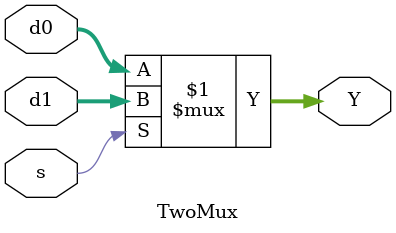
<source format=v>

module TwoMux #(parameter data = 32) (
    input s,
    input [data-1:0] d0, d1,
    output [data-1:0] Y
    );

    assign Y = s ? d1 : d0;
endmodule

/////////////////////////////////////////////////////////////////////////////////////////////////////////
</source>
